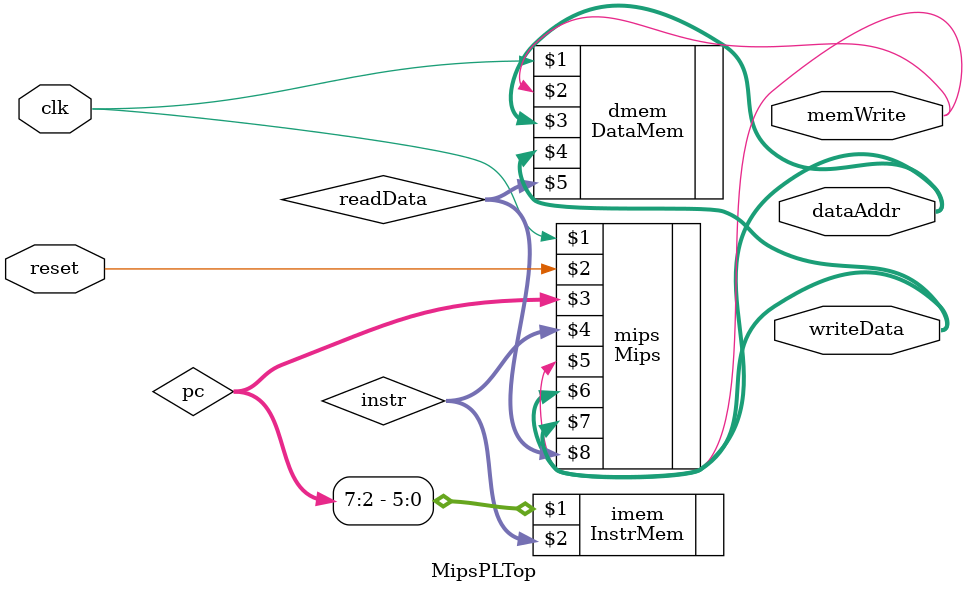
<source format=sv>
/**
 * パイプライン版MIPSマシン
 */
module MipsPLTop
  (input logic clk, reset,      // クロック、リセット
   output logic [31:0] writeData, dataAddr, // 書き込みデータ、データアドレス
   output logic       memWrite);           // 書き込みするかどうか
   
   logic [31:0] pc, instr, readData; // プログラム・カウンタ、命令データ、読み出しデータ

   Mips mips(clk, reset, pc, instr, memWrite, dataAddr, writeData, readData);
   InstrMem imem(pc[7:2], instr);
   DataMem dmem(clk, memWrite, dataAddr, writeData, readData);

endmodule // MipsPLTop

</source>
